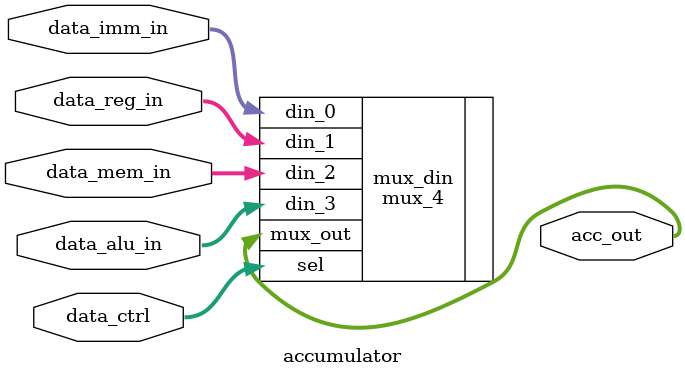
<source format=sv>
/**---------------------------------------------------------------------
 *	Module:		Accumulator
 *	Class:		CSE 141L - SP18
 * Authors: 	Tahmid Khan
 *					Shengyuan Lin
 *----------------------------------------------------------------------
 *	[Input]
 *		data_imm_in - data line from instruction immediate bits (8-bits)
 *		data_reg_in - data line from register file data out (8-bits)
 *		data_mem_in - data line from memory file read data (8-bits)
 *		data_alu_in - data line from alu result output (8-bits)
 *		data_ctrl - control signal for which input acc receives (2-bits)
 *
 *	[Output]
 *		acc_out - accumulator data output wire
 ---------------------------------------------------------------------*/

module accumulator(
	input [7:0] data_imm_in,
	input [7:0] data_reg_in,
	input [7:0] data_mem_in,
	input [7:0] data_alu_in,
	input [1:0] data_ctrl,
	output [7:0] acc_out
);

	// Accumulator is basically a MUX with specific control signals
	mux_4 mux_din(
		.din_0(data_imm_in),
		.din_1(data_reg_in),
		.din_2(data_mem_in),
		.din_3(data_alu_in),
		.sel(data_ctrl),
		.mux_out(acc_out)
	);

endmodule
</source>
